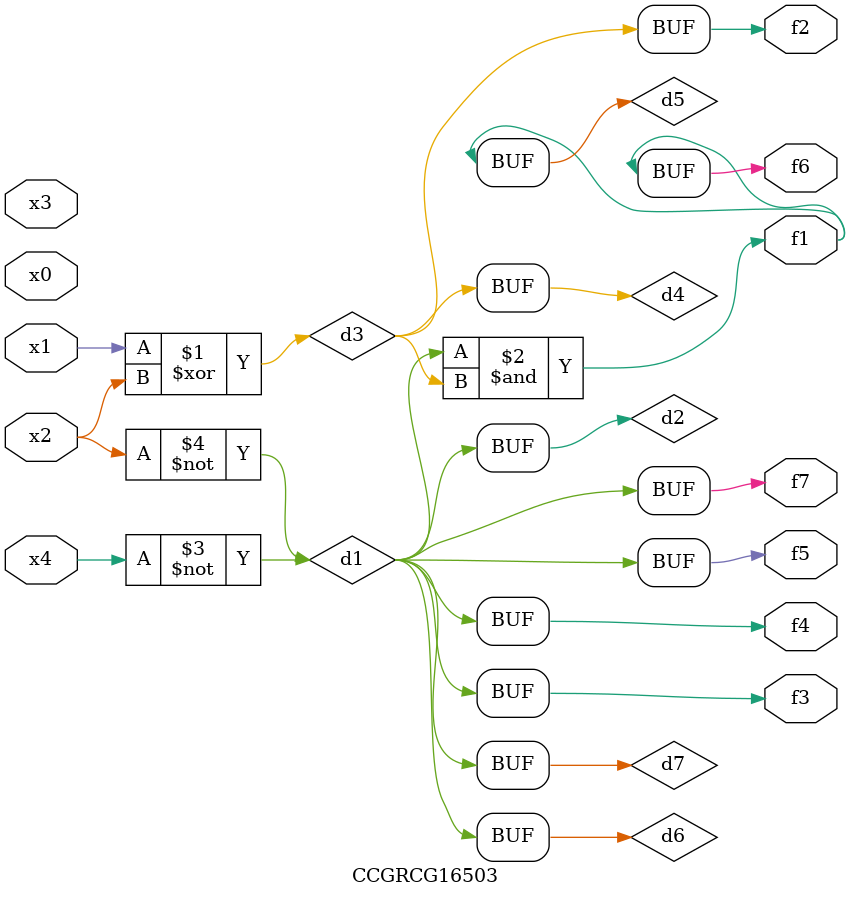
<source format=v>
module CCGRCG16503(
	input x0, x1, x2, x3, x4,
	output f1, f2, f3, f4, f5, f6, f7
);

	wire d1, d2, d3, d4, d5, d6, d7;

	not (d1, x4);
	not (d2, x2);
	xor (d3, x1, x2);
	buf (d4, d3);
	and (d5, d1, d3);
	buf (d6, d1, d2);
	buf (d7, d2);
	assign f1 = d5;
	assign f2 = d4;
	assign f3 = d7;
	assign f4 = d7;
	assign f5 = d7;
	assign f6 = d5;
	assign f7 = d7;
endmodule

</source>
